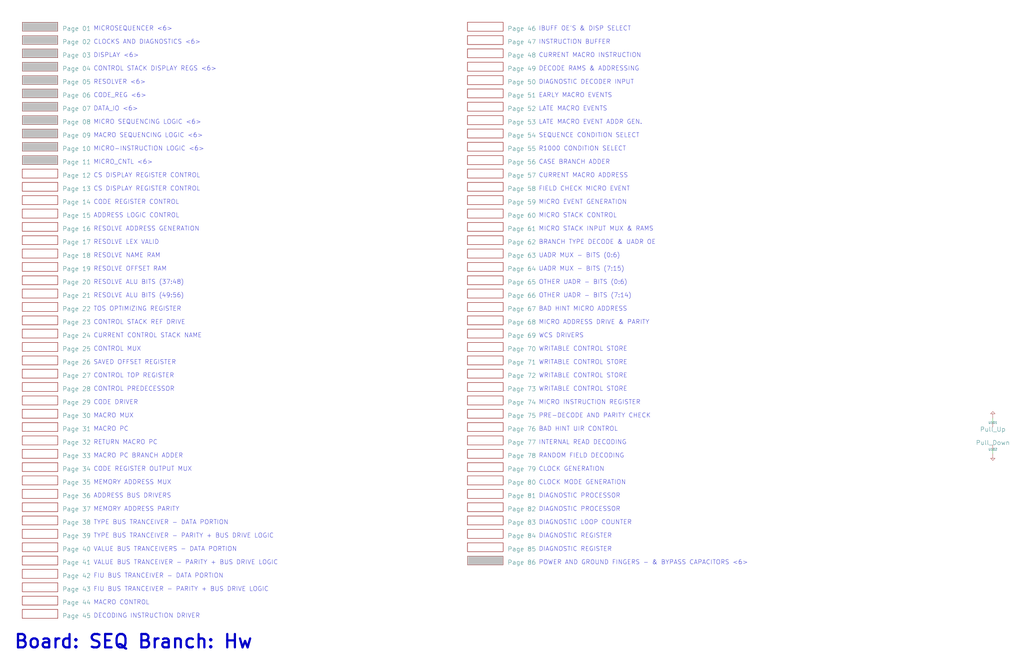
<source format=kicad_sch>
(kicad_sch (version 20250114) (generator "eeschema") (generator_version "9.0")
  (paper "User" 584.2 378.46)
  (title_block (title "SEQ Main"))
  (lib_symbols
    (symbol "r1000:PD" (power) (pin_numbers (hide yes)) (pin_names (hide yes)) (in_bom no)
      (symbol "PD_0_1"
        (polyline (pts (xy 0 -2.54) (xy 1.27 -2.54) (xy 0 -3.81) (xy -1.27 -2.54) (xy 0 -2.54)) (stroke (width 0.1524)))
      )
      (symbol "PD_1_1"
        (pin power_in line (at 0 0 270) (length 2.54) (name "PD") (number "1"))
      )
    )
    (symbol "r1000:PU" (power) (pin_numbers (hide yes)) (pin_names (hide yes))
      (symbol "PU_0_1"
        (polyline (pts (xy 0 2.54) (xy -1.27 2.54) (xy 0 3.81) (xy 1.27 2.54) (xy 0 2.54)) (stroke (width 0.1524)))
      )
      (symbol "PU_1_1"
        (pin power_in line (at 0 0 90) (length 2.54) (name "PU") (number "1"))
      )
    )
    (symbol "r1000:Pull_Down" (pin_numbers (hide yes)) (pin_names (hide yes))
      (property "Reference" "U" (at 0 0 0))
      (property "Value" "Pull_Down" (at 0 3.81 0))
      (symbol "Pull_Down_1_1"
        (pin power_out line (at 0 0 90) (length 2.54) (name "Out") (number "1"))
      )
    )
    (symbol "r1000:Pull_Up" (pin_numbers (hide yes)) (pin_names (hide yes))
      (property "Reference" "U" (at 0 0 0))
      (property "Value" "Pull_Up" (at 0 -3.81 0))
      (symbol "Pull_Up_1_1"
        (pin power_out line (at 0 0 270) (length 2.54) (name "Out") (number "1"))
      )
    )
  )
  (text "MICRO STACK CONTROL" (at 307.34 124.46 0) (effects (font (size 2.54 2.54)) (justify left bottom)))
  (text "WRITABLE CONTROL STORE" (at 307.34 215.9 0) (effects (font (size 2.54 2.54)) (justify left bottom)))
  (text "INSTRUCTION BUFFER" (at 307.34 25.4 0) (effects (font (size 2.54 2.54)) (justify left bottom)))
  (text "PRE-DECODE AND PARITY CHECK" (at 307.34 238.76 0) (effects (font (size 2.54 2.54)) (justify left bottom)))
  (text "WRITABLE CONTROL STORE" (at 307.34 200.66 0) (effects (font (size 2.54 2.54)) (justify left bottom)))
  (text "POWER AND GROUND FINGERS - & BYPASS CAPACITORS <6>" (at 307.34 322.58 0) (effects (font (size 2.54 2.54)) (justify left bottom)))
  (text "LATE MACRO EVENT ADDR GEN." (at 307.34 71.12 0) (effects (font (size 2.54 2.54)) (justify left bottom)))
  (text "EARLY MACRO EVENTS" (at 307.34 55.88 0) (effects (font (size 2.54 2.54)) (justify left bottom)))
  (text "VALUE BUS TRANCEIVERS - DATA PORTION" (at 53.34 314.96 0) (effects (font (size 2.54 2.54)) (justify left bottom)))
  (text "TYPE BUS TRANCEIVER - PARITY + BUS DRIVE LOGIC" (at 53.34 307.34 0) (effects (font (size 2.54 2.54)) (justify left bottom)))
  (text "DIAGNOSTIC DECODER INPUT" (at 307.34 48.26 0) (effects (font (size 2.54 2.54)) (justify left bottom)))
  (text "MEMORY ADDRESS MUX" (at 53.34 276.86 0) (effects (font (size 2.54 2.54)) (justify left bottom)))
  (text "UADR MUX - BITS (0:6)" (at 307.34 147.32 0) (effects (font (size 2.54 2.54)) (justify left bottom)))
  (text "CURRENT MACRO INSTRUCTION" (at 307.34 33.02 0) (effects (font (size 2.54 2.54)) (justify left bottom)))
  (text "R1000 CONDITION SELECT" (at 307.34 86.36 0) (effects (font (size 2.54 2.54)) (justify left bottom)))
  (text "RESOLVE LEX VALID" (at 53.34 139.7 0) (effects (font (size 2.54 2.54)) (justify left bottom)))
  (text "DECODE RAMS & ADDRESSING" (at 307.34 40.64 0) (effects (font (size 2.54 2.54)) (justify left bottom)))
  (text "TOS OPTIMIZING REGISTER" (at 53.34 177.8 0) (effects (font (size 2.54 2.54)) (justify left bottom)))
  (text "CONTROL STACK DISPLAY REGS <6>" (at 53.34 40.64 0) (effects (font (size 2.54 2.54)) (justify left bottom)))
  (text "CLOCK MODE GENERATION" (at 307.34 276.86 0) (effects (font (size 2.54 2.54)) (justify left bottom)))
  (text "RESOLVE ALU BITS (49:56)" (at 53.34 170.18 0) (effects (font (size 2.54 2.54)) (justify left bottom)))
  (text "DIAGNOSTIC REGISTER" (at 307.34 314.96 0) (effects (font (size 2.54 2.54)) (justify left bottom)))
  (text "MACRO MUX" (at 53.34 238.76 0) (effects (font (size 2.54 2.54)) (justify left bottom)))
  (text "IBUFF OE'S & DISP SELECT" (at 307.34 17.78 0) (effects (font (size 2.54 2.54)) (justify left bottom)))
  (text "DIAGNOSTIC PROCESSOR" (at 307.34 292.1 0) (effects (font (size 2.54 2.54)) (justify left bottom)))
  (text "CONTROL PREDECESSOR" (at 53.34 223.52 0) (effects (font (size 2.54 2.54)) (justify left bottom)))
  (text "FIELD CHECK MICRO EVENT" (at 307.34 109.22 0) (effects (font (size 2.54 2.54)) (justify left bottom)))
  (text "CODE REGISTER CONTROL" (at 53.34 116.84 0) (effects (font (size 2.54 2.54)) (justify left bottom)))
  (text "FIU BUS TRANCEIVER - DATA PORTION" (at 53.34 330.2 0) (effects (font (size 2.54 2.54)) (justify left bottom)))
  (text "ADDRESS BUS DRIVERS" (at 53.34 284.48 0) (effects (font (size 2.54 2.54)) (justify left bottom)))
  (text "FIU BUS TRANCEIVER - PARITY + BUS DRIVE LOGIC" (at 53.34 337.82 0) (effects (font (size 2.54 2.54)) (justify left bottom)))
  (text "CS DISPLAY REGISTER CONTROL" (at 53.34 109.22 0) (effects (font (size 2.54 2.54)) (justify left bottom)))
  (text "MICROSEQUENCER <6>" (at 53.34 17.78 0) (effects (font (size 2.54 2.54)) (justify left bottom)))
  (text "BAD HINT UIR CONTROL" (at 307.34 246.38 0) (effects (font (size 2.54 2.54)) (justify left bottom)))
  (text "TYPE BUS TRANCEIVER - DATA PORTION" (at 53.34 299.72 0) (effects (font (size 2.54 2.54)) (justify left bottom)))
  (text "OTHER UADR - BITS (0:6)" (at 307.34 162.56 0) (effects (font (size 2.54 2.54)) (justify left bottom)))
  (text "CURRENT MACRO ADDRESS" (at 307.34 101.6 0) (effects (font (size 2.54 2.54)) (justify left bottom)))
  (text "DIAGNOSTIC LOOP COUNTER" (at 307.34 299.72 0) (effects (font (size 2.54 2.54)) (justify left bottom)))
  (text "DECODING INSTRUCTION DRIVER" (at 53.34 353.06 0) (effects (font (size 2.54 2.54)) (justify left bottom)))
  (text "RESOLVE ALU BITS (37:48)" (at 53.34 162.56 0) (effects (font (size 2.54 2.54)) (justify left bottom)))
  (text "UADR MUX - BITS (7:15)" (at 307.34 154.94 0) (effects (font (size 2.54 2.54)) (justify left bottom)))
  (text "RESOLVE ADDRESS GENERATION" (at 53.34 132.08 0) (effects (font (size 2.54 2.54)) (justify left bottom)))
  (text "MACRO CONTROL" (at 53.34 345.44 0) (effects (font (size 2.54 2.54)) (justify left bottom)))
  (text "CONTROL MUX" (at 53.34 200.66 0) (effects (font (size 2.54 2.54)) (justify left bottom)))
  (text "MICRO-INSTRUCTION LOGIC <6>" (at 53.34 86.36 0) (effects (font (size 2.54 2.54)) (justify left bottom)))
  (text "CURRENT CONTROL STACK NAME" (at 53.34 193.04 0) (effects (font (size 2.54 2.54)) (justify left bottom)))
  (text "DIAGNOSTIC REGISTER" (at 307.34 307.34 0) (effects (font (size 2.54 2.54)) (justify left bottom)))
  (text "BAD HINT MICRO ADDRESS" (at 307.34 177.8 0) (effects (font (size 2.54 2.54)) (justify left bottom)))
  (text "DIAGNOSTIC PROCESSOR" (at 307.34 284.48 0) (effects (font (size 2.54 2.54)) (justify left bottom)))
  (text "RANDOM FIELD DECODING" (at 307.34 261.62 0) (effects (font (size 2.54 2.54)) (justify left bottom)))
  (text "CLOCK GENERATION" (at 307.34 269.24 0) (effects (font (size 2.54 2.54)) (justify left bottom)))
  (text "WRITABLE CONTROL STORE" (at 307.34 223.52 0) (effects (font (size 2.54 2.54)) (justify left bottom)))
  (text "VALUE BUS TRANCEIVER - PARITY + BUS DRIVE LOGIC" (at 53.34 322.58 0) (effects (font (size 2.54 2.54)) (justify left bottom)))
  (text "CONTROL TOP REGISTER" (at 53.34 215.9 0) (effects (font (size 2.54 2.54)) (justify left bottom)))
  (text "MACRO PC" (at 53.34 246.38 0) (effects (font (size 2.54 2.54)) (justify left bottom)))
  (text "CASE BRANCH ADDER" (at 307.34 93.98 0) (effects (font (size 2.54 2.54)) (justify left bottom)))
  (text "DATA_IO <6>" (at 53.34 63.5 0) (effects (font (size 2.54 2.54)) (justify left bottom)))
  (text "BRANCH TYPE DECODE & UADR OE" (at 307.34 139.7 0) (effects (font (size 2.54 2.54)) (justify left bottom)))
  (text "MACRO SEQUENCING LOGIC <6>" (at 53.34 78.74 0) (effects (font (size 2.54 2.54)) (justify left bottom)))
  (text "MACRO PC BRANCH ADDER" (at 53.34 261.62 0) (effects (font (size 2.54 2.54)) (justify left bottom)))
  (text "MICRO INSTRUCTION REGISTER" (at 307.34 231.14 0) (effects (font (size 2.54 2.54)) (justify left bottom)))
  (text "Board: SEQ Branch: Hw" (at 7.62 370.84 0) (effects (font (size 7.62 7.62) (thickness 1.27) (bold yes)) (justify left bottom)))
  (text "MICRO ADDRESS DRIVE & PARITY" (at 307.34 185.42 0) (effects (font (size 2.54 2.54)) (justify left bottom)))
  (text "INTERNAL READ DECODING" (at 307.34 254 0) (effects (font (size 2.54 2.54)) (justify left bottom)))
  (text "ADDRESS LOGIC CONTROL" (at 53.34 124.46 0) (effects (font (size 2.54 2.54)) (justify left bottom)))
  (text "RESOLVER <6>" (at 53.34 48.26 0) (effects (font (size 2.54 2.54)) (justify left bottom)))
  (text "MICRO STACK INPUT MUX & RAMS" (at 307.34 132.08 0) (effects (font (size 2.54 2.54)) (justify left bottom)))
  (text "SEQUENCE CONDITION SELECT" (at 307.34 78.74 0) (effects (font (size 2.54 2.54)) (justify left bottom)))
  (text "CS DISPLAY REGISTER CONTROL" (at 53.34 101.6 0) (effects (font (size 2.54 2.54)) (justify left bottom)))
  (text "WRITABLE CONTROL STORE" (at 307.34 208.28 0) (effects (font (size 2.54 2.54)) (justify left bottom)))
  (text "CODE REGISTER OUTPUT MUX" (at 53.34 269.24 0) (effects (font (size 2.54 2.54)) (justify left bottom)))
  (text "CONTROL STACK REF DRIVE" (at 53.34 185.42 0) (effects (font (size 2.54 2.54)) (justify left bottom)))
  (text "MICRO_CNTL <6>" (at 53.34 93.98 0) (effects (font (size 2.54 2.54)) (justify left bottom)))
  (text "OTHER UADR - BITS (7:14)" (at 307.34 170.18 0) (effects (font (size 2.54 2.54)) (justify left bottom)))
  (text "RESOLVE NAME RAM" (at 53.34 147.32 0) (effects (font (size 2.54 2.54)) (justify left bottom)))
  (text "RESOLVE OFFSET RAM" (at 53.34 154.94 0) (effects (font (size 2.54 2.54)) (justify left bottom)))
  (text "DISPLAY <6>" (at 53.34 33.02 0) (effects (font (size 2.54 2.54)) (justify left bottom)))
  (text "CODE DRIVER" (at 53.34 231.14 0) (effects (font (size 2.54 2.54)) (justify left bottom)))
  (text "CODE_REG <6>" (at 53.34 55.88 0) (effects (font (size 2.54 2.54)) (justify left bottom)))
  (text "RETURN MACRO PC" (at 53.34 254 0) (effects (font (size 2.54 2.54)) (justify left bottom)))
  (text "MEMORY ADDRESS PARITY" (at 53.34 292.1 0) (effects (font (size 2.54 2.54)) (justify left bottom)))
  (text "CLOCKS AND DIAGNOSTICS <6>" (at 53.34 25.4 0) (effects (font (size 2.54 2.54)) (justify left bottom)))
  (text "MICRO EVENT GENERATION" (at 307.34 116.84 0) (effects (font (size 2.54 2.54)) (justify left bottom)))
  (text "LATE MACRO EVENTS" (at 307.34 63.5 0) (effects (font (size 2.54 2.54)) (justify left bottom)))
  (text "MICRO SEQUENCING LOGIC <6>" (at 53.34 71.12 0) (effects (font (size 2.54 2.54)) (justify left bottom)))
  (text "SAVED OFFSET REGISTER" (at 53.34 208.28 0) (effects (font (size 2.54 2.54)) (justify left bottom)))
  (text "WCS DRIVERS" (at 307.34 193.04 0) (effects (font (size 2.54 2.54)) (justify left bottom)))
  (wire (pts (xy 566.42 256.54) (xy 566.42 259.08)))
  (wire (pts (xy 566.42 238.76) (xy 566.42 241.3)))
  (symbol (lib_id "r1000:Pull_Down") (at 566.42 256.54 0) (unit 1)
    (property "Reference" "U102" (at 566.42 256.54 0))
    (property "Value" "Pull_Down" (at 566.42 252.73 0) (effects (font (size 2.54 2.54))))
  )
  (symbol (lib_id "r1000:PD") (at 566.42 259.08 0) (unit 1) (in_bom no)
    (property "Reference" "#PWR02" (effects (hide yes)))
    (property "Value" "PD" (effects (hide yes)))
  )
  (symbol (lib_id "r1000:Pull_Up") (at 566.42 241.3 0) (unit 1)
    (property "Reference" "U101" (at 566.42 241.3 0))
    (property "Value" "Pull_Up" (at 566.42 245.11 0) (effects (font (size 2.54 2.54))))
  )
  (symbol (lib_id "r1000:PU") (at 566.42 238.76 0) (unit 1)
    (property "Reference" "#PWR01" (effects (hide yes)))
    (property "Value" "PU" (effects (hide yes)))
  )
  (sheet (at 12.7 73.66) (size 20.32 5.08) (fill (color 192 192 192 1.0000))
    (property "Sheetname" "Page 09" (at 35.56 78.74 0) (effects (font (size 2.54 2.54)) (justify left bottom)))
    (property "Sheetfile" "pg_09.kicad_sch" (effects (hide yes)))
  )
  (sheet (at 266.7 309.88) (size 20.32 5.08)
    (property "Sheetname" "Page 85" (at 289.56 314.96 0) (effects (font (size 2.54 2.54)) (justify left bottom)))
    (property "Sheetfile" "pg_85.kicad_sch" (effects (hide yes)))
  )
  (sheet (at 12.7 203.2) (size 20.32 5.08)
    (property "Sheetname" "Page 26" (at 35.56 208.28 0) (effects (font (size 2.54 2.54)) (justify left bottom)))
    (property "Sheetfile" "pg_26.kicad_sch" (effects (hide yes)))
  )
  (sheet (at 266.7 203.2) (size 20.32 5.08)
    (property "Sheetname" "Page 71" (at 289.56 208.28 0) (effects (font (size 2.54 2.54)) (justify left bottom)))
    (property "Sheetfile" "pg_71.kicad_sch" (effects (hide yes)))
  )
  (sheet (at 266.7 58.42) (size 20.32 5.08)
    (property "Sheetname" "Page 52" (at 289.56 63.5 0) (effects (font (size 2.54 2.54)) (justify left bottom)))
    (property "Sheetfile" "pg_52.kicad_sch" (effects (hide yes)))
  )
  (sheet (at 266.7 294.64) (size 20.32 5.08)
    (property "Sheetname" "Page 83" (at 289.56 299.72 0) (effects (font (size 2.54 2.54)) (justify left bottom)))
    (property "Sheetfile" "pg_83.kicad_sch" (effects (hide yes)))
  )
  (sheet (at 266.7 157.48) (size 20.32 5.08)
    (property "Sheetname" "Page 65" (at 289.56 162.56 0) (effects (font (size 2.54 2.54)) (justify left bottom)))
    (property "Sheetfile" "pg_65.kicad_sch" (effects (hide yes)))
  )
  (sheet (at 266.7 180.34) (size 20.32 5.08)
    (property "Sheetname" "Page 68" (at 289.56 185.42 0) (effects (font (size 2.54 2.54)) (justify left bottom)))
    (property "Sheetfile" "pg_68.kicad_sch" (effects (hide yes)))
  )
  (sheet (at 266.7 149.86) (size 20.32 5.08)
    (property "Sheetname" "Page 64" (at 289.56 154.94 0) (effects (font (size 2.54 2.54)) (justify left bottom)))
    (property "Sheetfile" "pg_64.kicad_sch" (effects (hide yes)))
  )
  (sheet (at 266.7 233.68) (size 20.32 5.08)
    (property "Sheetname" "Page 75" (at 289.56 238.76 0) (effects (font (size 2.54 2.54)) (justify left bottom)))
    (property "Sheetfile" "pg_75.kicad_sch" (effects (hide yes)))
  )
  (sheet (at 12.7 340.36) (size 20.32 5.08)
    (property "Sheetname" "Page 44" (at 35.56 345.44 0) (effects (font (size 2.54 2.54)) (justify left bottom)))
    (property "Sheetfile" "pg_44.kicad_sch" (effects (hide yes)))
  )
  (sheet (at 266.7 256.54) (size 20.32 5.08)
    (property "Sheetname" "Page 78" (at 289.56 261.62 0) (effects (font (size 2.54 2.54)) (justify left bottom)))
    (property "Sheetfile" "pg_78.kicad_sch" (effects (hide yes)))
  )
  (sheet (at 266.7 127) (size 20.32 5.08)
    (property "Sheetname" "Page 61" (at 289.56 132.08 0) (effects (font (size 2.54 2.54)) (justify left bottom)))
    (property "Sheetfile" "pg_61.kicad_sch" (effects (hide yes)))
  )
  (sheet (at 12.7 317.5) (size 20.32 5.08)
    (property "Sheetname" "Page 41" (at 35.56 322.58 0) (effects (font (size 2.54 2.54)) (justify left bottom)))
    (property "Sheetfile" "pg_41.kicad_sch" (effects (hide yes)))
  )
  (sheet (at 266.7 134.62) (size 20.32 5.08)
    (property "Sheetname" "Page 62" (at 289.56 139.7 0) (effects (font (size 2.54 2.54)) (justify left bottom)))
    (property "Sheetfile" "pg_62.kicad_sch" (effects (hide yes)))
  )
  (sheet (at 12.7 279.4) (size 20.32 5.08)
    (property "Sheetname" "Page 36" (at 35.56 284.48 0) (effects (font (size 2.54 2.54)) (justify left bottom)))
    (property "Sheetfile" "pg_36.kicad_sch" (effects (hide yes)))
  )
  (sheet (at 12.7 35.56) (size 20.32 5.08) (fill (color 192 192 192 1.0000))
    (property "Sheetname" "Page 04" (at 35.56 40.64 0) (effects (font (size 2.54 2.54)) (justify left bottom)))
    (property "Sheetfile" "pg_04.kicad_sch" (effects (hide yes)))
  )
  (sheet (at 12.7 12.7) (size 20.32 5.08) (fill (color 192 192 192 1.0000))
    (property "Sheetname" "Page 01" (at 35.56 17.78 0) (effects (font (size 2.54 2.54)) (justify left bottom)))
    (property "Sheetfile" "pg_01.kicad_sch" (effects (hide yes)))
  )
  (sheet (at 266.7 50.8) (size 20.32 5.08)
    (property "Sheetname" "Page 51" (at 289.56 55.88 0) (effects (font (size 2.54 2.54)) (justify left bottom)))
    (property "Sheetfile" "pg_51.kicad_sch" (effects (hide yes)))
  )
  (sheet (at 266.7 271.78) (size 20.32 5.08)
    (property "Sheetname" "Page 80" (at 289.56 276.86 0) (effects (font (size 2.54 2.54)) (justify left bottom)))
    (property "Sheetfile" "pg_80.kicad_sch" (effects (hide yes)))
  )
  (sheet (at 12.7 149.86) (size 20.32 5.08)
    (property "Sheetname" "Page 19" (at 35.56 154.94 0) (effects (font (size 2.54 2.54)) (justify left bottom)))
    (property "Sheetfile" "pg_19.kicad_sch" (effects (hide yes)))
  )
  (sheet (at 266.7 287.02) (size 20.32 5.08)
    (property "Sheetname" "Page 82" (at 289.56 292.1 0) (effects (font (size 2.54 2.54)) (justify left bottom)))
    (property "Sheetfile" "pg_82.kicad_sch" (effects (hide yes)))
  )
  (sheet (at 12.7 142.24) (size 20.32 5.08)
    (property "Sheetname" "Page 18" (at 35.56 147.32 0) (effects (font (size 2.54 2.54)) (justify left bottom)))
    (property "Sheetfile" "pg_18.kicad_sch" (effects (hide yes)))
  )
  (sheet (at 12.7 180.34) (size 20.32 5.08)
    (property "Sheetname" "Page 23" (at 35.56 185.42 0) (effects (font (size 2.54 2.54)) (justify left bottom)))
    (property "Sheetfile" "pg_23.kicad_sch" (effects (hide yes)))
  )
  (sheet (at 12.7 218.44) (size 20.32 5.08)
    (property "Sheetname" "Page 28" (at 35.56 223.52 0) (effects (font (size 2.54 2.54)) (justify left bottom)))
    (property "Sheetfile" "pg_28.kicad_sch" (effects (hide yes)))
  )
  (sheet (at 266.7 43.18) (size 20.32 5.08)
    (property "Sheetname" "Page 50" (at 289.56 48.26 0) (effects (font (size 2.54 2.54)) (justify left bottom)))
    (property "Sheetfile" "pg_50.kicad_sch" (effects (hide yes)))
  )
  (sheet (at 266.7 142.24) (size 20.32 5.08)
    (property "Sheetname" "Page 63" (at 289.56 147.32 0) (effects (font (size 2.54 2.54)) (justify left bottom)))
    (property "Sheetfile" "pg_63.kicad_sch" (effects (hide yes)))
  )
  (sheet (at 12.7 325.12) (size 20.32 5.08)
    (property "Sheetname" "Page 42" (at 35.56 330.2 0) (effects (font (size 2.54 2.54)) (justify left bottom)))
    (property "Sheetfile" "pg_42.kicad_sch" (effects (hide yes)))
  )
  (sheet (at 12.7 58.42) (size 20.32 5.08) (fill (color 192 192 192 1.0000))
    (property "Sheetname" "Page 07" (at 35.56 63.5 0) (effects (font (size 2.54 2.54)) (justify left bottom)))
    (property "Sheetfile" "pg_07.kicad_sch" (effects (hide yes)))
  )
  (sheet (at 12.7 241.3) (size 20.32 5.08)
    (property "Sheetname" "Page 31" (at 35.56 246.38 0) (effects (font (size 2.54 2.54)) (justify left bottom)))
    (property "Sheetfile" "pg_31.kicad_sch" (effects (hide yes)))
  )
  (sheet (at 12.7 195.58) (size 20.32 5.08)
    (property "Sheetname" "Page 25" (at 35.56 200.66 0) (effects (font (size 2.54 2.54)) (justify left bottom)))
    (property "Sheetfile" "pg_25.kicad_sch" (effects (hide yes)))
  )
  (sheet (at 266.7 210.82) (size 20.32 5.08)
    (property "Sheetname" "Page 72" (at 289.56 215.9 0) (effects (font (size 2.54 2.54)) (justify left bottom)))
    (property "Sheetfile" "pg_72.kicad_sch" (effects (hide yes)))
  )
  (sheet (at 12.7 43.18) (size 20.32 5.08) (fill (color 192 192 192 1.0000))
    (property "Sheetname" "Page 05" (at 35.56 48.26 0) (effects (font (size 2.54 2.54)) (justify left bottom)))
    (property "Sheetfile" "pg_05.kicad_sch" (effects (hide yes)))
  )
  (sheet (at 12.7 127) (size 20.32 5.08)
    (property "Sheetname" "Page 16" (at 35.56 132.08 0) (effects (font (size 2.54 2.54)) (justify left bottom)))
    (property "Sheetfile" "pg_16.kicad_sch" (effects (hide yes)))
  )
  (sheet (at 266.7 172.72) (size 20.32 5.08)
    (property "Sheetname" "Page 67" (at 289.56 177.8 0) (effects (font (size 2.54 2.54)) (justify left bottom)))
    (property "Sheetfile" "pg_67.kicad_sch" (effects (hide yes)))
  )
  (sheet (at 266.7 20.32) (size 20.32 5.08)
    (property "Sheetname" "Page 47" (at 289.56 25.4 0) (effects (font (size 2.54 2.54)) (justify left bottom)))
    (property "Sheetfile" "pg_47.kicad_sch" (effects (hide yes)))
  )
  (sheet (at 12.7 111.76) (size 20.32 5.08)
    (property "Sheetname" "Page 14" (at 35.56 116.84 0) (effects (font (size 2.54 2.54)) (justify left bottom)))
    (property "Sheetfile" "pg_14.kicad_sch" (effects (hide yes)))
  )
  (sheet (at 12.7 66.04) (size 20.32 5.08) (fill (color 192 192 192 1.0000))
    (property "Sheetname" "Page 08" (at 35.56 71.12 0) (effects (font (size 2.54 2.54)) (justify left bottom)))
    (property "Sheetfile" "pg_08.kicad_sch" (effects (hide yes)))
  )
  (sheet (at 266.7 165.1) (size 20.32 5.08)
    (property "Sheetname" "Page 66" (at 289.56 170.18 0) (effects (font (size 2.54 2.54)) (justify left bottom)))
    (property "Sheetfile" "pg_66.kicad_sch" (effects (hide yes)))
  )
  (sheet (at 266.7 218.44) (size 20.32 5.08)
    (property "Sheetname" "Page 73" (at 289.56 223.52 0) (effects (font (size 2.54 2.54)) (justify left bottom)))
    (property "Sheetfile" "pg_73.kicad_sch" (effects (hide yes)))
  )
  (sheet (at 266.7 317.5) (size 20.32 5.08) (fill (color 192 192 192 1.0000))
    (property "Sheetname" "Page 86" (at 289.56 322.58 0) (effects (font (size 2.54 2.54)) (justify left bottom)))
    (property "Sheetfile" "pg_86.kicad_sch" (effects (hide yes)))
  )
  (sheet (at 266.7 264.16) (size 20.32 5.08)
    (property "Sheetname" "Page 79" (at 289.56 269.24 0) (effects (font (size 2.54 2.54)) (justify left bottom)))
    (property "Sheetfile" "pg_79.kicad_sch" (effects (hide yes)))
  )
  (sheet (at 266.7 195.58) (size 20.32 5.08)
    (property "Sheetname" "Page 70" (at 289.56 200.66 0) (effects (font (size 2.54 2.54)) (justify left bottom)))
    (property "Sheetfile" "pg_70.kicad_sch" (effects (hide yes)))
  )
  (sheet (at 266.7 73.66) (size 20.32 5.08)
    (property "Sheetname" "Page 54" (at 289.56 78.74 0) (effects (font (size 2.54 2.54)) (justify left bottom)))
    (property "Sheetfile" "pg_54.kicad_sch" (effects (hide yes)))
  )
  (sheet (at 12.7 134.62) (size 20.32 5.08)
    (property "Sheetname" "Page 17" (at 35.56 139.7 0) (effects (font (size 2.54 2.54)) (justify left bottom)))
    (property "Sheetfile" "pg_17.kicad_sch" (effects (hide yes)))
  )
  (sheet (at 12.7 233.68) (size 20.32 5.08)
    (property "Sheetname" "Page 30" (at 35.56 238.76 0) (effects (font (size 2.54 2.54)) (justify left bottom)))
    (property "Sheetfile" "pg_30.kicad_sch" (effects (hide yes)))
  )
  (sheet (at 266.7 248.92) (size 20.32 5.08)
    (property "Sheetname" "Page 77" (at 289.56 254 0) (effects (font (size 2.54 2.54)) (justify left bottom)))
    (property "Sheetfile" "pg_77.kicad_sch" (effects (hide yes)))
  )
  (sheet (at 266.7 27.94) (size 20.32 5.08)
    (property "Sheetname" "Page 48" (at 289.56 33.02 0) (effects (font (size 2.54 2.54)) (justify left bottom)))
    (property "Sheetfile" "pg_48.kicad_sch" (effects (hide yes)))
  )
  (sheet (at 12.7 309.88) (size 20.32 5.08)
    (property "Sheetname" "Page 40" (at 35.56 314.96 0) (effects (font (size 2.54 2.54)) (justify left bottom)))
    (property "Sheetfile" "pg_40.kicad_sch" (effects (hide yes)))
  )
  (sheet (at 266.7 96.52) (size 20.32 5.08)
    (property "Sheetname" "Page 57" (at 289.56 101.6 0) (effects (font (size 2.54 2.54)) (justify left bottom)))
    (property "Sheetfile" "pg_57.kicad_sch" (effects (hide yes)))
  )
  (sheet (at 12.7 347.98) (size 20.32 5.08)
    (property "Sheetname" "Page 45" (at 35.56 353.06 0) (effects (font (size 2.54 2.54)) (justify left bottom)))
    (property "Sheetfile" "pg_45.kicad_sch" (effects (hide yes)))
  )
  (sheet (at 12.7 50.8) (size 20.32 5.08) (fill (color 192 192 192 1.0000))
    (property "Sheetname" "Page 06" (at 35.56 55.88 0) (effects (font (size 2.54 2.54)) (justify left bottom)))
    (property "Sheetfile" "pg_06.kicad_sch" (effects (hide yes)))
  )
  (sheet (at 266.7 111.76) (size 20.32 5.08)
    (property "Sheetname" "Page 59" (at 289.56 116.84 0) (effects (font (size 2.54 2.54)) (justify left bottom)))
    (property "Sheetfile" "pg_59.kicad_sch" (effects (hide yes)))
  )
  (sheet (at 12.7 88.9) (size 20.32 5.08) (fill (color 192 192 192 1.0000))
    (property "Sheetname" "Page 11" (at 35.56 93.98 0) (effects (font (size 2.54 2.54)) (justify left bottom)))
    (property "Sheetfile" "pg_11.kicad_sch" (effects (hide yes)))
  )
  (sheet (at 266.7 187.96) (size 20.32 5.08)
    (property "Sheetname" "Page 69" (at 289.56 193.04 0) (effects (font (size 2.54 2.54)) (justify left bottom)))
    (property "Sheetfile" "pg_69.kicad_sch" (effects (hide yes)))
  )
  (sheet (at 12.7 104.14) (size 20.32 5.08)
    (property "Sheetname" "Page 13" (at 35.56 109.22 0) (effects (font (size 2.54 2.54)) (justify left bottom)))
    (property "Sheetfile" "pg_13.kicad_sch" (effects (hide yes)))
  )
  (sheet (at 266.7 119.38) (size 20.32 5.08)
    (property "Sheetname" "Page 60" (at 289.56 124.46 0) (effects (font (size 2.54 2.54)) (justify left bottom)))
    (property "Sheetfile" "pg_60.kicad_sch" (effects (hide yes)))
  )
  (sheet (at 12.7 210.82) (size 20.32 5.08)
    (property "Sheetname" "Page 27" (at 35.56 215.9 0) (effects (font (size 2.54 2.54)) (justify left bottom)))
    (property "Sheetfile" "pg_27.kicad_sch" (effects (hide yes)))
  )
  (sheet (at 12.7 302.26) (size 20.32 5.08)
    (property "Sheetname" "Page 39" (at 35.56 307.34 0) (effects (font (size 2.54 2.54)) (justify left bottom)))
    (property "Sheetfile" "pg_39.kicad_sch" (effects (hide yes)))
  )
  (sheet (at 12.7 20.32) (size 20.32 5.08) (fill (color 192 192 192 1.0000))
    (property "Sheetname" "Page 02" (at 35.56 25.4 0) (effects (font (size 2.54 2.54)) (justify left bottom)))
    (property "Sheetfile" "pg_02.kicad_sch" (effects (hide yes)))
  )
  (sheet (at 12.7 172.72) (size 20.32 5.08)
    (property "Sheetname" "Page 22" (at 35.56 177.8 0) (effects (font (size 2.54 2.54)) (justify left bottom)))
    (property "Sheetfile" "pg_22.kicad_sch" (effects (hide yes)))
  )
  (sheet (at 266.7 279.4) (size 20.32 5.08)
    (property "Sheetname" "Page 81" (at 289.56 284.48 0) (effects (font (size 2.54 2.54)) (justify left bottom)))
    (property "Sheetfile" "pg_81.kicad_sch" (effects (hide yes)))
  )
  (sheet (at 266.7 12.7) (size 20.32 5.08)
    (property "Sheetname" "Page 46" (at 289.56 17.78 0) (effects (font (size 2.54 2.54)) (justify left bottom)))
    (property "Sheetfile" "pg_46.kicad_sch" (effects (hide yes)))
  )
  (sheet (at 266.7 302.26) (size 20.32 5.08)
    (property "Sheetname" "Page 84" (at 289.56 307.34 0) (effects (font (size 2.54 2.54)) (justify left bottom)))
    (property "Sheetfile" "pg_84.kicad_sch" (effects (hide yes)))
  )
  (sheet (at 12.7 81.28) (size 20.32 5.08) (fill (color 192 192 192 1.0000))
    (property "Sheetname" "Page 10" (at 35.56 86.36 0) (effects (font (size 2.54 2.54)) (justify left bottom)))
    (property "Sheetfile" "pg_10.kicad_sch" (effects (hide yes)))
  )
  (sheet (at 266.7 35.56) (size 20.32 5.08)
    (property "Sheetname" "Page 49" (at 289.56 40.64 0) (effects (font (size 2.54 2.54)) (justify left bottom)))
    (property "Sheetfile" "pg_49.kicad_sch" (effects (hide yes)))
  )
  (sheet (at 266.7 81.28) (size 20.32 5.08)
    (property "Sheetname" "Page 55" (at 289.56 86.36 0) (effects (font (size 2.54 2.54)) (justify left bottom)))
    (property "Sheetfile" "pg_55.kicad_sch" (effects (hide yes)))
  )
  (sheet (at 12.7 248.92) (size 20.32 5.08)
    (property "Sheetname" "Page 32" (at 35.56 254 0) (effects (font (size 2.54 2.54)) (justify left bottom)))
    (property "Sheetfile" "pg_32.kicad_sch" (effects (hide yes)))
  )
  (sheet (at 12.7 96.52) (size 20.32 5.08)
    (property "Sheetname" "Page 12" (at 35.56 101.6 0) (effects (font (size 2.54 2.54)) (justify left bottom)))
    (property "Sheetfile" "pg_12.kicad_sch" (effects (hide yes)))
  )
  (sheet (at 266.7 104.14) (size 20.32 5.08)
    (property "Sheetname" "Page 58" (at 289.56 109.22 0) (effects (font (size 2.54 2.54)) (justify left bottom)))
    (property "Sheetfile" "pg_58.kicad_sch" (effects (hide yes)))
  )
  (sheet (at 12.7 287.02) (size 20.32 5.08)
    (property "Sheetname" "Page 37" (at 35.56 292.1 0) (effects (font (size 2.54 2.54)) (justify left bottom)))
    (property "Sheetfile" "pg_37.kicad_sch" (effects (hide yes)))
  )
  (sheet (at 12.7 264.16) (size 20.32 5.08)
    (property "Sheetname" "Page 34" (at 35.56 269.24 0) (effects (font (size 2.54 2.54)) (justify left bottom)))
    (property "Sheetfile" "pg_34.kicad_sch" (effects (hide yes)))
  )
  (sheet (at 12.7 27.94) (size 20.32 5.08) (fill (color 192 192 192 1.0000))
    (property "Sheetname" "Page 03" (at 35.56 33.02 0) (effects (font (size 2.54 2.54)) (justify left bottom)))
    (property "Sheetfile" "pg_03.kicad_sch" (effects (hide yes)))
  )
  (sheet (at 12.7 119.38) (size 20.32 5.08)
    (property "Sheetname" "Page 15" (at 35.56 124.46 0) (effects (font (size 2.54 2.54)) (justify left bottom)))
    (property "Sheetfile" "pg_15.kicad_sch" (effects (hide yes)))
  )
  (sheet (at 12.7 256.54) (size 20.32 5.08)
    (property "Sheetname" "Page 33" (at 35.56 261.62 0) (effects (font (size 2.54 2.54)) (justify left bottom)))
    (property "Sheetfile" "pg_33.kicad_sch" (effects (hide yes)))
  )
  (sheet (at 266.7 66.04) (size 20.32 5.08)
    (property "Sheetname" "Page 53" (at 289.56 71.12 0) (effects (font (size 2.54 2.54)) (justify left bottom)))
    (property "Sheetfile" "pg_53.kicad_sch" (effects (hide yes)))
  )
  (sheet (at 12.7 226.06) (size 20.32 5.08)
    (property "Sheetname" "Page 29" (at 35.56 231.14 0) (effects (font (size 2.54 2.54)) (justify left bottom)))
    (property "Sheetfile" "pg_29.kicad_sch" (effects (hide yes)))
  )
  (sheet (at 12.7 332.74) (size 20.32 5.08)
    (property "Sheetname" "Page 43" (at 35.56 337.82 0) (effects (font (size 2.54 2.54)) (justify left bottom)))
    (property "Sheetfile" "pg_43.kicad_sch" (effects (hide yes)))
  )
  (sheet (at 266.7 241.3) (size 20.32 5.08)
    (property "Sheetname" "Page 76" (at 289.56 246.38 0) (effects (font (size 2.54 2.54)) (justify left bottom)))
    (property "Sheetfile" "pg_76.kicad_sch" (effects (hide yes)))
  )
  (sheet (at 12.7 165.1) (size 20.32 5.08)
    (property "Sheetname" "Page 21" (at 35.56 170.18 0) (effects (font (size 2.54 2.54)) (justify left bottom)))
    (property "Sheetfile" "pg_21.kicad_sch" (effects (hide yes)))
  )
  (sheet (at 12.7 187.96) (size 20.32 5.08)
    (property "Sheetname" "Page 24" (at 35.56 193.04 0) (effects (font (size 2.54 2.54)) (justify left bottom)))
    (property "Sheetfile" "pg_24.kicad_sch" (effects (hide yes)))
  )
  (sheet (at 12.7 157.48) (size 20.32 5.08)
    (property "Sheetname" "Page 20" (at 35.56 162.56 0) (effects (font (size 2.54 2.54)) (justify left bottom)))
    (property "Sheetfile" "pg_20.kicad_sch" (effects (hide yes)))
  )
  (sheet (at 266.7 88.9) (size 20.32 5.08)
    (property "Sheetname" "Page 56" (at 289.56 93.98 0) (effects (font (size 2.54 2.54)) (justify left bottom)))
    (property "Sheetfile" "pg_56.kicad_sch" (effects (hide yes)))
  )
  (sheet (at 12.7 294.64) (size 20.32 5.08)
    (property "Sheetname" "Page 38" (at 35.56 299.72 0) (effects (font (size 2.54 2.54)) (justify left bottom)))
    (property "Sheetfile" "pg_38.kicad_sch" (effects (hide yes)))
  )
  (sheet (at 266.7 226.06) (size 20.32 5.08)
    (property "Sheetname" "Page 74" (at 289.56 231.14 0) (effects (font (size 2.54 2.54)) (justify left bottom)))
    (property "Sheetfile" "pg_74.kicad_sch" (effects (hide yes)))
  )
  (sheet (at 12.7 271.78) (size 20.32 5.08)
    (property "Sheetname" "Page 35" (at 35.56 276.86 0) (effects (font (size 2.54 2.54)) (justify left bottom)))
    (property "Sheetfile" "pg_35.kicad_sch" (effects (hide yes)))
  )
)
</source>
